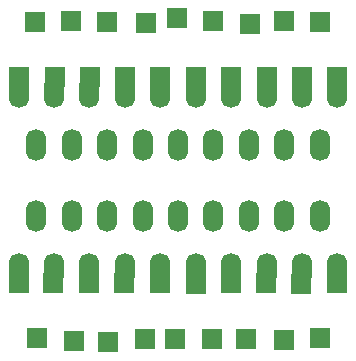
<source format=gbs>
G04 (created by PCBNEW (2013-07-07 BZR 4022)-stable) date 30/05/2015 12:39:42*
%MOIN*%
G04 Gerber Fmt 3.4, Leading zero omitted, Abs format*
%FSLAX34Y34*%
G01*
G70*
G90*
G04 APERTURE LIST*
%ADD10C,0.00590551*%
%ADD11R,0.0669291X0.0669291*%
%ADD12O,0.0669291X0.106299*%
G04 APERTURE END LIST*
G54D10*
G54D11*
X53740Y-55605D03*
X54940Y-55605D03*
X56115Y-55605D03*
X57290Y-55605D03*
X58465Y-55605D03*
X59640Y-55605D03*
X60815Y-55605D03*
X62015Y-55605D03*
X63190Y-55605D03*
X64365Y-55605D03*
X54350Y-64300D03*
X55575Y-64400D03*
X56725Y-64450D03*
X57950Y-64325D03*
X58950Y-64325D03*
X60175Y-64325D03*
X61325Y-64350D03*
X62600Y-64375D03*
X63800Y-64300D03*
X54300Y-53775D03*
X55500Y-53750D03*
X56700Y-53775D03*
X57975Y-53800D03*
X59025Y-53650D03*
X60225Y-53725D03*
X61450Y-53825D03*
X62575Y-53750D03*
X63775Y-53775D03*
X53740Y-62480D03*
X54890Y-62480D03*
X56090Y-62480D03*
X57265Y-62480D03*
X58465Y-62480D03*
X59640Y-62505D03*
X60815Y-62480D03*
X61990Y-62480D03*
X63165Y-62505D03*
X64365Y-62480D03*
G54D12*
X53740Y-56102D03*
X54921Y-56102D03*
X56102Y-56102D03*
X57283Y-56102D03*
X58464Y-56102D03*
X59645Y-56102D03*
X60826Y-56102D03*
X62007Y-56102D03*
X63188Y-56102D03*
X64370Y-56102D03*
X53740Y-62007D03*
X54921Y-62007D03*
X56102Y-62007D03*
X57283Y-62007D03*
X58464Y-62007D03*
X59645Y-62007D03*
X60826Y-62007D03*
X62007Y-62007D03*
X63188Y-62007D03*
X64370Y-62007D03*
X54330Y-57874D03*
X55514Y-57874D03*
X56696Y-57874D03*
X57877Y-57874D03*
X59058Y-57874D03*
X60239Y-57874D03*
X61420Y-57874D03*
X62601Y-57874D03*
X63782Y-57874D03*
X54330Y-60236D03*
X55514Y-60236D03*
X56696Y-60236D03*
X57877Y-60236D03*
X59058Y-60236D03*
X60239Y-60236D03*
X61420Y-60236D03*
X62601Y-60236D03*
X63782Y-60236D03*
M02*

</source>
